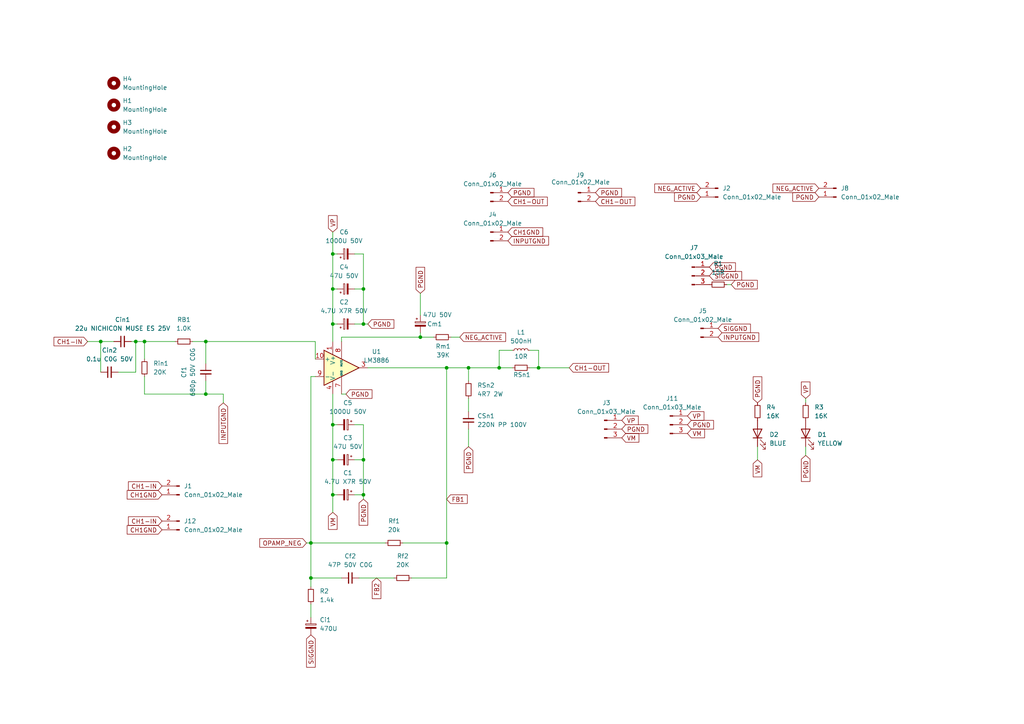
<source format=kicad_sch>
(kicad_sch (version 20231120) (generator "eeschema") (generator_version "8.0")
  (paper "A4")
  (lib_symbols
    (symbol "Amplifier_Audio:LM3886" (pin_names (offset 0.127))
      (property "Reference" "U" (at 5.08 6.35 0))
      (property "Value" "LM3886" (at 5.08 3.81 0))
      (symbol "LM3886_0_1"
        (polyline (pts (xy -5.08 5.08) (xy 5.08 0) (xy -5.08 -5.08) (xy -5.08 5.08)) (stroke (width 0.254)) (fill (type background)))
      )
      (symbol "LM3886_1_1"
        (pin power_in line (at -2.54 7.62 270) (length 3.81) (name "V+") (number "1"))
        (pin input line (at -7.62 2.54 0) (length 2.54) (name "+") (number "10"))
        (pin no_connect line (at 2.54 2.54 270) (length 2.54) hide (name "NC") (number "11"))
        (pin no_connect line (at -2.54 2.54 270) (length 2.54) hide (name "NC") (number "2"))
        (pin output line (at 7.62 0 180) (length 2.54) (name "~") (number "3"))
        (pin power_in line (at -2.54 -7.62 90) (length 3.81) (name "V-") (number "4"))
        (pin passive line (at -2.54 7.62 270) (length 3.81) hide (name "V+") (number "5"))
        (pin no_connect line (at 0 2.54 270) (length 2.54) hide (name "NC") (number "6"))
        (pin power_in line (at 0 -7.62 90) (length 5.08) (name "GND") (number "7"))
        (pin input line (at 0 7.62 270) (length 5.08) (name "MUTE") (number "8"))
        (pin input line (at -7.62 -2.54 0) (length 2.54) (name "-") (number "9"))
      )
    )
    (symbol "Connector:Conn_01x02_Male" (pin_names (offset 1.016) hide)
      (property "Reference" "J" (at 0 2.54 0))
      (property "Value" "Conn_01x02_Male" (at 0 -5.08 0))
      (symbol "Conn_01x02_Male_1_1"
        (polyline (pts (xy 1.27 -2.54) (xy 0.8636 -2.54)) (stroke (width 0.1524)))
        (polyline (pts (xy 1.27 0) (xy 0.8636 0)) (stroke (width 0.1524)))
        (rectangle (start 0.8636 -2.413) (end 0 -2.667) (stroke (width 0.1524)) (fill (type outline)))
        (rectangle (start 0.8636 0.127) (end 0 -0.127) (stroke (width 0.1524)) (fill (type outline)))
        (pin passive line (at 5.08 0 180) (length 3.81) (name "Pin_1") (number "1"))
        (pin passive line (at 5.08 -2.54 180) (length 3.81) (name "Pin_2") (number "2"))
      )
    )
    (symbol "Connector:Conn_01x03_Male" (pin_names (offset 1.016) hide)
      (property "Reference" "J" (at 0 5.08 0))
      (property "Value" "Conn_01x03_Male" (at 0 -5.08 0))
      (symbol "Conn_01x03_Male_1_1"
        (polyline (pts (xy 1.27 -2.54) (xy 0.8636 -2.54)) (stroke (width 0.1524)))
        (polyline (pts (xy 1.27 0) (xy 0.8636 0)) (stroke (width 0.1524)))
        (polyline (pts (xy 1.27 2.54) (xy 0.8636 2.54)) (stroke (width 0.1524)))
        (rectangle (start 0.8636 -2.413) (end 0 -2.667) (stroke (width 0.1524)) (fill (type outline)))
        (rectangle (start 0.8636 0.127) (end 0 -0.127) (stroke (width 0.1524)) (fill (type outline)))
        (rectangle (start 0.8636 2.667) (end 0 2.413) (stroke (width 0.1524)) (fill (type outline)))
        (pin passive line (at 5.08 2.54 180) (length 3.81) (name "Pin_1") (number "1"))
        (pin passive line (at 5.08 0 180) (length 3.81) (name "Pin_2") (number "2"))
        (pin passive line (at 5.08 -2.54 180) (length 3.81) (name "Pin_3") (number "3"))
      )
    )
    (symbol "Device:C_Polarized_Small" (pin_numbers hide) (pin_names (offset 0.254) hide)
      (property "Reference" "C" (at 0.254 1.778 0))
      (property "Value" "C_Polarized_Small" (at 0.254 -2.032 0))
      (symbol "C_Polarized_Small_0_1"
        (rectangle (start -1.524 -0.3048) (end 1.524 -0.6858) (fill (type outline)))
        (rectangle (start -1.524 0.6858) (end 1.524 0.3048))
        (polyline (pts (xy -1.27 1.524) (xy -0.762 1.524)))
        (polyline (pts (xy -1.016 1.27) (xy -1.016 1.778)))
      )
      (symbol "C_Polarized_Small_1_1"
        (pin passive line (at 0 2.54 270) (length 1.8542) (name "~") (number "1"))
        (pin passive line (at 0 -2.54 90) (length 1.8542) (name "~") (number "2"))
      )
    )
    (symbol "Device:C_Small" (pin_numbers hide) (pin_names (offset 0.254) hide)
      (property "Reference" "C" (at 0.254 1.778 0))
      (property "Value" "C_Small" (at 0.254 -2.032 0))
      (symbol "C_Small_0_1"
        (polyline (pts (xy -1.524 -0.508) (xy 1.524 -0.508)) (stroke (width 0.3302)))
        (polyline (pts (xy -1.524 0.508) (xy 1.524 0.508)) (stroke (width 0.3048)))
      )
      (symbol "C_Small_1_1"
        (pin passive line (at 0 2.54 270) (length 2.032) (name "~") (number "1"))
        (pin passive line (at 0 -2.54 90) (length 2.032) (name "~") (number "2"))
      )
    )
    (symbol "Device:LED" (pin_numbers hide) (pin_names (offset 1.016) hide)
      (property "Reference" "D" (at 0 2.54 0))
      (property "Value" "LED" (at 0 -2.54 0))
      (symbol "LED_0_1"
        (polyline (pts (xy -1.27 -1.27) (xy -1.27 1.27)) (stroke (width 0.254)))
        (polyline (pts (xy -1.27 0) (xy 1.27 0)))
        (polyline (pts (xy 1.27 -1.27) (xy 1.27 1.27) (xy -1.27 0) (xy 1.27 -1.27)) (stroke (width 0.254)))
        (polyline (pts (xy -3.048 -0.762) (xy -4.572 -2.286) (xy -3.81 -2.286) (xy -4.572 -2.286) (xy -4.572 -1.524)))
        (polyline (pts (xy -1.778 -0.762) (xy -3.302 -2.286) (xy -2.54 -2.286) (xy -3.302 -2.286) (xy -3.302 -1.524)))
      )
      (symbol "LED_1_1"
        (pin passive line (at -3.81 0 0) (length 2.54) (name "K") (number "1"))
        (pin passive line (at 3.81 0 180) (length 2.54) (name "A") (number "2"))
      )
    )
    (symbol "Device:L_Small" (pin_numbers hide) (pin_names (offset 0.254) hide)
      (property "Reference" "L" (at 0.762 1.016 0))
      (property "Value" "L_Small" (at 0.762 -1.016 0))
      (symbol "L_Small_0_1"
        (arc (start 0 -2.032) (mid 0.5058 -1.524) (end 0 -1.016))
        (arc (start 0 -1.016) (mid 0.5058 -0.508) (end 0 0))
        (arc (start 0 0) (mid 0.5058 0.508) (end 0 1.016))
        (arc (start 0 1.016) (mid 0.5058 1.524) (end 0 2.032))
      )
      (symbol "L_Small_1_1"
        (pin passive line (at 0 2.54 270) (length 0.508) (name "~") (number "1"))
        (pin passive line (at 0 -2.54 90) (length 0.508) (name "~") (number "2"))
      )
    )
    (symbol "Device:R_Small" (pin_numbers hide) (pin_names (offset 0.254) hide)
      (property "Reference" "R" (at 0.762 0.508 0))
      (property "Value" "R_Small" (at 0.762 -1.016 0))
      (symbol "R_Small_0_1"
        (rectangle (start -0.762 1.778) (end 0.762 -1.778) (stroke (width 0.2032)))
      )
      (symbol "R_Small_1_1"
        (pin passive line (at 0 2.54 270) (length 0.762) (name "~") (number "1"))
        (pin passive line (at 0 -2.54 90) (length 0.762) (name "~") (number "2"))
      )
    )
    (symbol "Mechanical:MountingHole" (pin_names (offset 1.016))
      (property "Reference" "H" (at 0 5.08 0))
      (property "Value" "MountingHole" (at 0 3.175 0))
      (symbol "MountingHole_0_1"
        (circle (center 0 0) (radius 1.27) (stroke (width 1.27)))
      )
    )
  )
  (junction (at 96.52 83.82))
  (junction (at 144.78 106.68))
  (junction (at 129.54 106.68))
  (junction (at 59.69 114.3))
  (junction (at 96.52 123.19))
  (junction (at 156.21 106.68))
  (junction (at 135.89 106.68))
  (junction (at 129.54 157.48))
  (junction (at 90.17 157.48))
  (junction (at 105.41 83.82))
  (junction (at 90.17 167.64))
  (junction (at 39.37 99.06))
  (junction (at 121.92 97.79))
  (junction (at 105.41 93.98))
  (junction (at 59.69 99.06))
  (junction (at 29.21 99.06))
  (junction (at 96.52 73.66))
  (junction (at 41.91 99.06))
  (junction (at 105.41 133.35))
  (junction (at 96.52 143.51))
  (junction (at 96.52 93.98))
  (junction (at 96.52 133.35))
  (junction (at 105.41 143.51))
  (wire (pts (xy 90.17 157.48) (xy 90.17 167.64)))
  (wire (pts (xy 116.84 157.48) (xy 129.54 157.48)))
  (wire (pts (xy 102.87 133.35) (xy 105.41 133.35)))
  (wire (pts (xy 105.41 83.82) (xy 105.41 93.98)))
  (wire (pts (xy 135.89 115.57) (xy 135.89 119.38)))
  (wire (pts (xy 90.17 157.48) (xy 111.76 157.48)))
  (wire (pts (xy 130.81 97.79) (xy 133.35 97.79)))
  (wire (pts (xy 41.91 114.3) (xy 59.69 114.3)))
  (wire (pts (xy 88.9 157.48) (xy 90.17 157.48)))
  (wire (pts (xy 96.52 133.35) (xy 96.52 143.51)))
  (wire (pts (xy 39.37 99.06) (xy 41.91 99.06)))
  (wire (pts (xy 96.52 123.19) (xy 96.52 133.35)))
  (wire (pts (xy 29.21 99.06) (xy 33.02 99.06)))
  (wire (pts (xy 105.41 143.51) (xy 105.41 144.78)))
  (wire (pts (xy 129.54 106.68) (xy 129.54 157.48)))
  (wire (pts (xy 91.44 99.06) (xy 91.44 104.14)))
  (wire (pts (xy 96.52 133.35) (xy 97.79 133.35)))
  (wire (pts (xy 129.54 157.48) (xy 129.54 167.64)))
  (wire (pts (xy 105.41 73.66) (xy 105.41 83.82)))
  (wire (pts (xy 90.17 109.22) (xy 90.17 157.48)))
  (wire (pts (xy 121.92 96.52) (xy 121.92 97.79)))
  (wire (pts (xy 119.38 167.64) (xy 129.54 167.64)))
  (wire (pts (xy 105.41 93.98) (xy 106.68 93.98)))
  (wire (pts (xy 96.52 143.51) (xy 97.79 143.51)))
  (wire (pts (xy 99.06 114.3) (xy 100.33 114.3)))
  (wire (pts (xy 102.87 73.66) (xy 105.41 73.66)))
  (wire (pts (xy 156.21 106.68) (xy 165.1 106.68)))
  (wire (pts (xy 25.4 99.06) (xy 29.21 99.06)))
  (wire (pts (xy 99.06 97.79) (xy 121.92 97.79)))
  (wire (pts (xy 59.69 114.3) (xy 64.77 114.3)))
  (wire (pts (xy 135.89 106.68) (xy 135.89 110.49)))
  (wire (pts (xy 55.88 99.06) (xy 59.69 99.06)))
  (wire (pts (xy 41.91 99.06) (xy 41.91 104.14)))
  (wire (pts (xy 156.21 101.6) (xy 156.21 106.68)))
  (wire (pts (xy 129.54 106.68) (xy 135.89 106.68)))
  (wire (pts (xy 96.52 83.82) (xy 97.79 83.82)))
  (wire (pts (xy 153.67 106.68) (xy 156.21 106.68)))
  (wire (pts (xy 29.21 99.06) (xy 29.21 107.95)))
  (wire (pts (xy 99.06 167.64) (xy 90.17 167.64)))
  (wire (pts (xy 102.87 143.51) (xy 105.41 143.51)))
  (wire (pts (xy 153.67 101.6) (xy 156.21 101.6)))
  (wire (pts (xy 59.69 110.49) (xy 59.69 114.3)))
  (wire (pts (xy 148.59 101.6) (xy 144.78 101.6)))
  (wire (pts (xy 144.78 106.68) (xy 148.59 106.68)))
  (wire (pts (xy 105.41 133.35) (xy 105.41 143.51)))
  (wire (pts (xy 96.52 73.66) (xy 96.52 83.82)))
  (wire (pts (xy 96.52 73.66) (xy 97.79 73.66)))
  (wire (pts (xy 105.41 123.19) (xy 105.41 133.35)))
  (wire (pts (xy 135.89 106.68) (xy 144.78 106.68)))
  (wire (pts (xy 39.37 107.95) (xy 34.29 107.95)))
  (wire (pts (xy 219.71 133.35) (xy 219.71 129.54)))
  (wire (pts (xy 59.69 99.06) (xy 91.44 99.06)))
  (wire (pts (xy 233.68 132.08) (xy 233.68 129.54)))
  (wire (pts (xy 41.91 109.22) (xy 41.91 114.3)))
  (wire (pts (xy 38.1 99.06) (xy 39.37 99.06)))
  (wire (pts (xy 91.44 109.22) (xy 90.17 109.22)))
  (wire (pts (xy 121.92 97.79) (xy 125.73 97.79)))
  (wire (pts (xy 96.52 83.82) (xy 96.52 93.98)))
  (wire (pts (xy 135.89 124.46) (xy 135.89 129.54)))
  (wire (pts (xy 96.52 123.19) (xy 97.79 123.19)))
  (wire (pts (xy 99.06 97.79) (xy 99.06 99.06)))
  (wire (pts (xy 102.87 83.82) (xy 105.41 83.82)))
  (wire (pts (xy 210.82 82.55) (xy 212.09 82.55)))
  (wire (pts (xy 90.17 175.26) (xy 90.17 179.07)))
  (wire (pts (xy 121.92 85.09) (xy 121.92 91.44)))
  (wire (pts (xy 90.17 167.64) (xy 90.17 170.18)))
  (wire (pts (xy 102.87 93.98) (xy 105.41 93.98)))
  (wire (pts (xy 96.52 114.3) (xy 96.52 123.19)))
  (wire (pts (xy 106.68 106.68) (xy 129.54 106.68)))
  (wire (pts (xy 96.52 93.98) (xy 97.79 93.98)))
  (wire (pts (xy 96.52 143.51) (xy 96.52 148.59)))
  (wire (pts (xy 39.37 99.06) (xy 39.37 107.95)))
  (wire (pts (xy 59.69 99.06) (xy 59.69 105.41)))
  (wire (pts (xy 64.77 114.3) (xy 64.77 116.84)))
  (wire (pts (xy 104.14 167.64) (xy 114.3 167.64)))
  (wire (pts (xy 144.78 101.6) (xy 144.78 106.68)))
  (wire (pts (xy 102.87 123.19) (xy 105.41 123.19)))
  (wire (pts (xy 233.68 115.57) (xy 233.68 116.84)))
  (wire (pts (xy 41.91 99.06) (xy 50.8 99.06)))
  (wire (pts (xy 96.52 93.98) (xy 96.52 99.06)))
  (wire (pts (xy 96.52 67.31) (xy 96.52 73.66)))
  (global_label "CH1-OUT" (shape input) (at 165.1 106.68 0) (property "Intersheetrefs" "${INTERSHEET_REFS}" (effects (hide yes))))
  (global_label "VP" (shape input) (at 233.68 115.57 90) (property "Intersheetrefs" "${INTERSHEET_REFS}" (effects (hide yes))))
  (global_label "PGND" (shape input) (at 233.68 132.08 270) (property "Intersheetrefs" "${INTERSHEET_REFS}" (effects (hide yes))))
  (global_label "PGND" (shape input) (at 105.41 144.78 270) (property "Intersheetrefs" "${INTERSHEET_REFS}" (effects (hide yes))))
  (global_label "CH1-IN" (shape input) (at 46.99 140.97 180) (property "Intersheetrefs" "${INTERSHEET_REFS}" (effects (hide yes))))
  (global_label "PGND" (shape input) (at 180.34 124.46 0) (property "Intersheetrefs" "${INTERSHEET_REFS}" (effects (hide yes))))
  (global_label "PGND" (shape input) (at 203.2 57.15 180) (property "Intersheetrefs" "${INTERSHEET_REFS}" (effects (hide yes))))
  (global_label "CH1-IN" (shape input) (at 25.4 99.06 180) (property "Intersheetrefs" "${INTERSHEET_REFS}" (effects (hide yes))))
  (global_label "PGND" (shape input) (at 199.39 123.19 0) (property "Intersheetrefs" "${INTERSHEET_REFS}" (effects (hide yes))))
  (global_label "PGND" (shape input) (at 212.09 82.55 0) (property "Intersheetrefs" "${INTERSHEET_REFS}" (effects (hide yes))))
  (global_label "VP" (shape input) (at 180.34 121.92 0) (property "Intersheetrefs" "${INTERSHEET_REFS}" (effects (hide yes))))
  (global_label "SIGGND" (shape input) (at 90.17 184.15 270) (property "Intersheetrefs" "${INTERSHEET_REFS}" (effects (hide yes))))
  (global_label "SIGGND" (shape input) (at 205.74 80.01 0) (property "Intersheetrefs" "${INTERSHEET_REFS}" (effects (hide yes))))
  (global_label "OPAMP_NEG" (shape input) (at 88.9 157.48 180) (property "Intersheetrefs" "${INTERSHEET_REFS}" (effects (hide yes))))
  (global_label "PGND" (shape input) (at 121.92 85.09 90) (property "Intersheetrefs" "${INTERSHEET_REFS}" (effects (hide yes))))
  (global_label "PGND" (shape input) (at 205.74 77.47 0) (property "Intersheetrefs" "${INTERSHEET_REFS}" (effects (hide yes))))
  (global_label "PGND" (shape input) (at 237.49 57.15 180) (property "Intersheetrefs" "${INTERSHEET_REFS}" (effects (hide yes))))
  (global_label "VM" (shape input) (at 180.34 127 0) (property "Intersheetrefs" "${INTERSHEET_REFS}" (effects (hide yes))))
  (global_label "INPUTGND" (shape input) (at 147.32 69.85 0) (property "Intersheetrefs" "${INTERSHEET_REFS}" (effects (hide yes))))
  (global_label "PGND" (shape input) (at 100.33 114.3 0) (property "Intersheetrefs" "${INTERSHEET_REFS}" (effects (hide yes))))
  (global_label "VM" (shape input) (at 219.71 133.35 270) (property "Intersheetrefs" "${INTERSHEET_REFS}" (effects (hide yes))))
  (global_label "FB2" (shape input) (at 109.22 167.64 270) (property "Intersheetrefs" "${INTERSHEET_REFS}" (effects (hide yes))))
  (global_label "VP" (shape input) (at 96.52 67.31 90) (property "Intersheetrefs" "${INTERSHEET_REFS}" (effects (hide yes))))
  (global_label "SIGGND" (shape input) (at 208.28 95.25 0) (property "Intersheetrefs" "${INTERSHEET_REFS}" (effects (hide yes))))
  (global_label "PGND" (shape input) (at 172.72 55.88 0) (property "Intersheetrefs" "${INTERSHEET_REFS}" (effects (hide yes))))
  (global_label "CH1-IN" (shape input) (at 46.99 151.13 180) (property "Intersheetrefs" "${INTERSHEET_REFS}" (effects (hide yes))))
  (global_label "VM" (shape input) (at 199.39 125.73 0) (property "Intersheetrefs" "${INTERSHEET_REFS}" (effects (hide yes))))
  (global_label "NEG_ACTIVE" (shape input) (at 133.35 97.79 0) (property "Intersheetrefs" "${INTERSHEET_REFS}" (effects (hide yes))))
  (global_label "PGND" (shape input) (at 219.71 116.84 90) (property "Intersheetrefs" "${INTERSHEET_REFS}" (effects (hide yes))))
  (global_label "CH1GND" (shape input) (at 46.99 143.51 180) (property "Intersheetrefs" "${INTERSHEET_REFS}" (effects (hide yes))))
  (global_label "CH1GND" (shape input) (at 147.32 67.31 0) (property "Intersheetrefs" "${INTERSHEET_REFS}" (effects (hide yes))))
  (global_label "CH1-OUT" (shape input) (at 172.72 58.42 0) (property "Intersheetrefs" "${INTERSHEET_REFS}" (effects (hide yes))))
  (global_label "PGND" (shape input) (at 106.68 93.98 0) (property "Intersheetrefs" "${INTERSHEET_REFS}" (effects (hide yes))))
  (global_label "INPUTGND" (shape input) (at 64.77 116.84 270) (property "Intersheetrefs" "${INTERSHEET_REFS}" (effects (hide yes))))
  (global_label "NEG_ACTIVE" (shape input) (at 237.49 54.61 180) (property "Intersheetrefs" "${INTERSHEET_REFS}" (effects (hide yes))))
  (global_label "VM" (shape input) (at 96.52 148.59 270) (property "Intersheetrefs" "${INTERSHEET_REFS}" (effects (hide yes))))
  (global_label "CH1-OUT" (shape input) (at 147.32 58.42 0) (property "Intersheetrefs" "${INTERSHEET_REFS}" (effects (hide yes))))
  (global_label "FB1" (shape input) (at 129.54 144.78 0) (property "Intersheetrefs" "${INTERSHEET_REFS}" (effects (hide yes))))
  (global_label "CH1GND" (shape input) (at 46.99 153.67 180) (property "Intersheetrefs" "${INTERSHEET_REFS}" (effects (hide yes))))
  (global_label "INPUTGND" (shape input) (at 208.28 97.79 0) (property "Intersheetrefs" "${INTERSHEET_REFS}" (effects (hide yes))))
  (global_label "NEG_ACTIVE" (shape input) (at 203.2 54.61 180) (property "Intersheetrefs" "${INTERSHEET_REFS}" (effects (hide yes))))
  (global_label "PGND" (shape input) (at 147.32 55.88 0) (property "Intersheetrefs" "${INTERSHEET_REFS}" (effects (hide yes))))
  (global_label "VP" (shape input) (at 199.39 120.65 0) (property "Intersheetrefs" "${INTERSHEET_REFS}" (effects (hide yes))))
  (global_label "PGND" (shape input) (at 135.89 129.54 270) (property "Intersheetrefs" "${INTERSHEET_REFS}" (effects (hide yes))))
  (symbol (lib_id "Connector:Conn_01x03_Male") (at 175.26 124.46 0) (unit 1)
    (property "Reference" "J3" (at 175.895 116.84 0))
    (property "Value" "Conn_01x03_Male" (at 175.895 119.38 0))
    (property "Footprint" "Connector_JST:JST_VH_B3P-VH-B_1x03_P3.96mm_Vertical" (effects (hide yes)))
  )
  (symbol (lib_id "Device:R_Small") (at 233.68 119.38 180) (unit 1)
    (property "Reference" "R3" (at 236.22 118.1099 0) (effects (justify right)))
    (property "Value" "16K" (at 236.22 120.6499 0) (effects (justify right)))
    (property "Footprint" "Resistor_SMD:R_0603_1608Metric_Pad0.98x0.95mm_HandSolder" (effects (hide yes)))
  )
  (symbol (lib_id "Device:C_Polarized_Small") (at 100.33 143.51 270) (unit 1)
    (property "Reference" "C1" (at 100.8761 137.16 90))
    (property "Value" "4.7U X7R 50V" (at 100.8761 139.7 90))
    (property "Footprint" "Capacitor_SMD:C_1206_3216Metric_Pad1.33x1.80mm_HandSolder" (effects (hide yes)))
    (property "Mouser" " 80-C1206X475J5RACTU " (effects (hide yes)))
  )
  (symbol (lib_id "Mechanical:MountingHole") (at 33.02 24.13 0) (unit 1)
    (property "Reference" "H4" (at 35.56 22.8599 0) (effects (justify left)))
    (property "Value" "MountingHole" (at 35.56 25.3999 0) (effects (justify left)))
    (property "Footprint" "Custom:M3 Slot" (effects (hide yes)))
  )
  (symbol (lib_id "Device:R_Small") (at 208.28 82.55 90) (unit 1)
    (property "Reference" "R1" (at 208.28 76.454 90))
    (property "Value" "15R" (at 208.28 78.994 90))
    (property "Footprint" "Resistor_SMD:R_1206_3216Metric_Pad1.30x1.75mm_HandSolder" (effects (hide yes)))
  )
  (symbol (lib_id "Device:C_Polarized_Small") (at 90.17 181.61 0) (unit 1)
    (property "Reference" "Ci1" (at 92.71 179.7938 0) (effects (justify left)))
    (property "Value" "470U" (at 92.71 182.3338 0) (effects (justify left)))
    (property "Footprint" "Capacitor_THT:CP_Radial_D12.5mm_P5.00mm" (effects (hide yes)))
  )
  (symbol (lib_id "Device:R_Small") (at 135.89 113.03 180) (unit 1)
    (property "Reference" "RSn2" (at 138.43 111.7599 0) (effects (justify right)))
    (property "Value" "4R7 2W" (at 138.43 114.2999 0) (effects (justify right)))
    (property "Footprint" "Resistor_SMD:R_2512_6332Metric_Pad1.40x3.35mm_HandSolder" (effects (hide yes)))
    (property "Mouser" "603-RC2512JK-7W4R7" (effects (hide yes)))
  )
  (symbol (lib_id "Device:R_Small") (at 114.3 157.48 270) (unit 1)
    (property "Reference" "Rf1" (at 114.3 151.13 90))
    (property "Value" "20k" (at 114.3 153.67 90))
    (property "Footprint" "Resistor_SMD:R_1206_3216Metric_Pad1.30x1.75mm_HandSolder" (effects (hide yes)))
    (property "Mouser" "603-RT1206FRD0720KL" (effects (hide yes)))
  )
  (symbol (lib_id "Connector:Conn_01x02_Male") (at 52.07 143.51 180) (unit 1)
    (property "Reference" "J1" (at 53.34 140.9699 0) (effects (justify right)))
    (property "Value" "Conn_01x02_Male" (at 53.34 143.5099 0) (effects (justify right)))
    (property "Footprint" "Connector_JST:JST_PH_B2B-PH-K_1x02_P2.00mm_Vertical" (effects (hide yes)))
  )
  (symbol (lib_id "Device:R_Small") (at 90.17 172.72 0) (unit 1)
    (property "Reference" "R2" (at 92.71 171.4499 0) (effects (justify left)))
    (property "Value" "1.4k" (at 92.71 173.9899 0) (effects (justify left)))
    (property "Footprint" "Resistor_SMD:R_1206_3216Metric_Pad1.30x1.75mm_HandSolder" (effects (hide yes)))
    (property "Mouser" "603-RT1206FRE07750RL " (effects (hide yes)))
  )
  (symbol (lib_id "Device:C_Small") (at 31.75 107.95 90) (unit 1)
    (property "Reference" "Cin2" (at 31.7563 101.6 90))
    (property "Value" "0.1u C0G 50V" (at 31.7563 104.14 90))
    (property "Footprint" "Capacitor_SMD:C_1206_3216Metric_Pad1.33x1.80mm_HandSolder" (effects (hide yes)))
    (property "Mouser" " 81-GRT31C5C1H104FA2L " (effects (hide yes)))
  )
  (symbol (lib_id "Connector:Conn_01x02_Male") (at 242.57 57.15 180) (unit 1)
    (property "Reference" "J8" (at 243.84 54.6099 0) (effects (justify right)))
    (property "Value" "Conn_01x02_Male" (at 243.84 57.1499 0) (effects (justify right)))
    (property "Footprint" "Connector_JST:JST_PH_B2B-PH-K_1x02_P2.00mm_Vertical" (effects (hide yes)))
  )
  (symbol (lib_id "Connector:Conn_01x02_Male") (at 167.64 55.88 0) (unit 1)
    (property "Reference" "J9" (at 168.275 50.8 0))
    (property "Value" "Conn_01x02_Male" (at 168.402 52.832 0))
    (property "Footprint" "Connector_JST:JST_VH_B2P-VH_1x02_P3.96mm_Vertical" (effects (hide yes)))
  )
  (symbol (lib_id "Device:C_Small") (at 35.56 99.06 90) (unit 1)
    (property "Reference" "Cin1" (at 35.5663 92.71 90))
    (property "Value" "22u NICHICON MUSE ES 25V" (at 35.5663 95.25 90))
    (property "Footprint" "Capacitor_THT:C_Radial_D6.3mm_H5.0mm_P2.50mm" (effects (hide yes)))
  )
  (symbol (lib_id "Connector:Conn_01x02_Male") (at 208.28 57.15 180) (unit 1)
    (property "Reference" "J2" (at 209.55 54.6099 0) (effects (justify right)))
    (property "Value" "Conn_01x02_Male" (at 209.55 57.1499 0) (effects (justify right)))
    (property "Footprint" "Connector_JST:JST_PH_B2B-PH-K_1x02_P2.00mm_Vertical" (effects (hide yes)))
  )
  (symbol (lib_id "Mechanical:MountingHole") (at 33.02 36.83 0) (unit 1)
    (property "Reference" "H3" (at 35.56 35.5599 0) (effects (justify left)))
    (property "Value" "MountingHole" (at 35.56 38.0999 0) (effects (justify left)))
    (property "Footprint" "Custom:M3 Slot" (effects (hide yes)))
  )
  (symbol (lib_id "Device:C_Small") (at 59.69 107.95 0) (unit 1)
    (property "Reference" "Cf1" (at 53.34 107.9564 90))
    (property "Value" "680p 50V C0G" (at 55.88 107.9564 90))
    (property "Footprint" "Capacitor_SMD:C_1206_3216Metric_Pad1.33x1.80mm_HandSolder" (effects (hide yes)))
    (property "Mouser" " 603-CC126GRNPO9BN681 " (effects (hide yes)))
  )
  (symbol (lib_id "Device:R_Small") (at 116.84 167.64 270) (unit 1)
    (property "Reference" "Rf2" (at 116.84 161.29 90))
    (property "Value" "20K" (at 116.84 163.83 90))
    (property "Footprint" "Resistor_SMD:R_1206_3216Metric_Pad1.30x1.75mm_HandSolder" (effects (hide yes)))
    (property "Mouser" "603-RT1206FRD0720KL" (effects (hide yes)))
  )
  (symbol (lib_id "Device:R_Small") (at 219.71 119.38 180) (unit 1)
    (property "Reference" "R4" (at 222.25 118.1099 0) (effects (justify right)))
    (property "Value" "16K" (at 222.25 120.6499 0) (effects (justify right)))
    (property "Footprint" "Resistor_SMD:R_0603_1608Metric_Pad0.98x0.95mm_HandSolder" (effects (hide yes)))
  )
  (symbol (lib_id "Mechanical:MountingHole") (at 33.02 30.48 0) (unit 1)
    (property "Reference" "H1" (at 35.56 29.2099 0) (effects (justify left)))
    (property "Value" "MountingHole" (at 35.56 31.7499 0) (effects (justify left)))
    (property "Footprint" "Custom:M3 Slot" (effects (hide yes)))
  )
  (symbol (lib_id "Device:LED") (at 219.71 125.73 90) (unit 1)
    (property "Reference" "D2" (at 223.139 126.0474 90) (effects (justify right)))
    (property "Value" "BLUE" (at 223.139 128.5874 90) (effects (justify right)))
    (property "Footprint" "LED_SMD:LED_0603_1608Metric_Pad1.05x0.95mm_HandSolder" (effects (hide yes)))
  )
  (symbol (lib_id "Device:R_Small") (at 41.91 106.68 180) (unit 1)
    (property "Reference" "Rin1" (at 44.45 105.4099 0) (effects (justify right)))
    (property "Value" "20K" (at 44.45 107.9499 0) (effects (justify right)))
    (property "Footprint" "Resistor_SMD:R_1206_3216Metric_Pad1.30x1.75mm_HandSolder" (effects (hide yes)))
    (property "Mouser" "603-RT1206FRD0720KL" (effects (hide yes)))
  )
  (symbol (lib_id "Device:C_Small") (at 101.6 167.64 270) (unit 1)
    (property "Reference" "Cf2" (at 101.5936 161.29 90))
    (property "Value" "47P 50V C0G" (at 101.5936 163.83 90))
    (property "Footprint" "Capacitor_SMD:C_1206_3216Metric_Pad1.33x1.80mm_HandSolder" (effects (hide yes)))
    (property "Mouser" "791-1206N470F500CT" (effects (hide yes)))
  )
  (symbol (lib_id "Device:R_Small") (at 151.13 106.68 270) (unit 1)
    (property "Reference" "RSn1" (at 151.384 108.712 90))
    (property "Value" "10R" (at 151.13 103.378 90))
    (property "Footprint" "Resistor_SMD:R_4020_10251Metric_Pad1.65x5.30mm_HandSolder" (effects (hide yes)))
    (property "Mouser" "279-355010RJT" (effects (hide yes)))
  )
  (symbol (lib_id "Connector:Conn_01x02_Male") (at 142.24 67.31 0) (unit 1)
    (property "Reference" "J4" (at 142.875 62.23 0))
    (property "Value" "Conn_01x02_Male" (at 142.875 64.77 0))
    (property "Footprint" "Connector_PinHeader_2.54mm:PinHeader_1x02_P2.54mm_Vertical" (effects (hide yes)))
  )
  (symbol (lib_id "Mechanical:MountingHole") (at 33.02 44.45 0) (unit 1)
    (property "Reference" "H2" (at 35.56 43.1799 0) (effects (justify left)))
    (property "Value" "MountingHole" (at 35.56 45.7199 0) (effects (justify left)))
    (property "Footprint" "Custom:M3 Slot" (effects (hide yes)))
  )
  (symbol (lib_id "Connector:Conn_01x02_Male") (at 142.24 55.88 0) (unit 1)
    (property "Reference" "J6" (at 142.875 50.8 0))
    (property "Value" "Conn_01x02_Male" (at 142.875 53.34 0))
    (property "Footprint" "Connector_JST:JST_VH_B2P-VH_1x02_P3.96mm_Vertical" (effects (hide yes)))
  )
  (symbol (lib_id "Connector:Conn_01x02_Male") (at 203.2 95.25 0) (unit 1)
    (property "Reference" "J5" (at 203.835 90.17 0))
    (property "Value" "Conn_01x02_Male" (at 203.835 92.71 0))
    (property "Footprint" "Connector_PinHeader_2.54mm:PinHeader_1x02_P2.54mm_Vertical" (effects (hide yes)))
  )
  (symbol (lib_id "Device:C_Polarized_Small") (at 100.33 83.82 90) (unit 1)
    (property "Reference" "C4" (at 99.7839 77.47 90))
    (property "Value" "47U 50V" (at 99.7839 80.01 90))
    (property "Footprint" "Capacitor_THT:CP_Radial_D6.3mm_P2.50mm" (effects (hide yes)))
  )
  (symbol (lib_id "Device:C_Small") (at 135.89 121.92 180) (unit 1)
    (property "Reference" "CSn1" (at 138.43 120.6435 0) (effects (justify right)))
    (property "Value" "220N PP 100V" (at 138.43 123.1835 0) (effects (justify right)))
    (property "Footprint" "Capacitor_THT:C_Rect_L18.0mm_W7.0mm_P15.00mm_FKS3_FKP3" (effects (hide yes)))
    (property "Mouser" " 505-MKP1D032204D00JB " (effects (hide yes)))
  )
  (symbol (lib_id "Device:R_Small") (at 53.34 99.06 90) (unit 1)
    (property "Reference" "RB1" (at 53.34 92.71 90))
    (property "Value" "1.0K" (at 53.34 95.25 90))
    (property "Footprint" "Resistor_SMD:R_1206_3216Metric_Pad1.30x1.75mm_HandSolder" (effects (hide yes)))
    (property "Mouser" "603-RT1206FRE131KL" (effects (hide yes)))
  )
  (symbol (lib_id "Amplifier_Audio:LM3886") (at 99.06 106.68 0) (unit 1)
    (property "Reference" "U1" (at 109.22 101.981 0))
    (property "Value" "LM3886" (at 109.22 104.521 0))
    (property "Footprint" "Package_TO_SOT_THT:TO-220-11_P3.4x5.08mm_StaggerOdd_Lead4.85mm_Vertical" (effects (hide yes)))
    (property "Datasheet" "http://www.ti.com/lit/ds/symlink/lm3886.pdf" (effects (hide yes)))
  )
  (symbol (lib_id "Connector:Conn_01x02_Male") (at 52.07 153.67 180) (unit 1)
    (property "Reference" "J12" (at 53.34 151.1299 0) (effects (justify right)))
    (property "Value" "Conn_01x02_Male" (at 53.34 153.6699 0) (effects (justify right)))
    (property "Footprint" "Connector_JST:JST_PH_B2B-PH-K_1x02_P2.00mm_Vertical" (effects (hide yes)))
  )
  (symbol (lib_id "Device:C_Polarized_Small") (at 121.92 93.98 0) (unit 1)
    (property "Reference" "Cm1" (at 128.27 93.98 0) (effects (justify right)))
    (property "Value" "47U 50V" (at 131.064 91.313 0) (effects (justify right)))
    (property "Footprint" "Capacitor_THT:CP_Radial_D6.3mm_P2.50mm" (effects (hide yes)))
  )
  (symbol (lib_id "Device:LED") (at 233.68 125.73 90) (unit 1)
    (property "Reference" "D1" (at 237.109 126.0474 90) (effects (justify right)))
    (property "Value" "YELLOW" (at 237.109 128.5874 90) (effects (justify right)))
    (property "Footprint" "LED_SMD:LED_0603_1608Metric_Pad1.05x0.95mm_HandSolder" (effects (hide yes)))
  )
  (symbol (lib_id "Device:C_Polarized_Small") (at 100.33 93.98 90) (unit 1)
    (property "Reference" "C2" (at 99.7839 87.63 90))
    (property "Value" "4.7U X7R 50V" (at 99.7839 90.17 90))
    (property "Footprint" "Capacitor_SMD:C_1206_3216Metric_Pad1.33x1.80mm_HandSolder" (effects (hide yes)))
    (property "Mouser" " 80-C1206X475J5RACTU " (effects (hide yes)))
  )
  (symbol (lib_id "Device:R_Small") (at 128.27 97.79 90) (unit 1)
    (property "Reference" "Rm1" (at 128.524 100.457 90))
    (property "Value" "39K" (at 128.524 102.997 90))
    (property "Footprint" "Resistor_SMD:R_1206_3216Metric_Pad1.30x1.75mm_HandSolder" (effects (hide yes)))
    (property "Mouser" " 603-RC1206JR-0739KL " (effects (hide yes)))
  )
  (symbol (lib_id "Connector:Conn_01x03_Male") (at 194.31 123.19 0) (unit 1)
    (property "Reference" "J11" (at 194.945 115.57 0))
    (property "Value" "Conn_01x03_Male" (at 194.945 118.11 0))
    (property "Footprint" "Connector_JST:JST_VH_B3P-VH-B_1x03_P3.96mm_Vertical" (effects (hide yes)))
  )
  (symbol (lib_id "Connector:Conn_01x03_Male") (at 200.66 80.01 0) (unit 1)
    (property "Reference" "J7" (at 201.295 71.882 0))
    (property "Value" "Conn_01x03_Male" (at 201.295 74.422 0))
    (property "Footprint" "Connector_PinHeader_2.54mm:PinHeader_1x03_P2.54mm_Vertical" (effects (hide yes)))
  )
  (symbol (lib_id "Device:C_Polarized_Small") (at 100.33 123.19 270) (unit 1)
    (property "Reference" "C5" (at 100.8761 116.84 90))
    (property "Value" "1000U 50V" (at 100.8761 119.38 90))
    (property "Footprint" "Capacitor_THT:CP_Radial_D12.5mm_P5.00mm" (effects (hide yes)))
  )
  (symbol (lib_id "Device:C_Polarized_Small") (at 100.33 133.35 270) (unit 1)
    (property "Reference" "C3" (at 100.8761 127 90))
    (property "Value" "47U 50V" (at 100.8761 129.54 90))
    (property "Footprint" "Capacitor_THT:CP_Radial_D6.3mm_P2.50mm" (effects (hide yes)))
  )
  (symbol (lib_id "Device:L_Small") (at 151.13 101.6 90) (unit 1)
    (property "Reference" "L1" (at 151.13 96.393 90))
    (property "Value" "500nH" (at 151.13 98.933 90))
    (property "Footprint" "Custom:500nH Inductor Aliexpress Air Gap" (effects (hide yes)))
  )
  (symbol (lib_id "Device:C_Polarized_Small") (at 100.33 73.66 90) (unit 1)
    (property "Reference" "C6" (at 99.7839 67.31 90))
    (property "Value" "1000U 50V" (at 99.7839 69.85 90))
    (property "Footprint" "Capacitor_THT:CP_Radial_D12.5mm_P5.00mm" (effects (hide yes)))
  )
)
</source>
